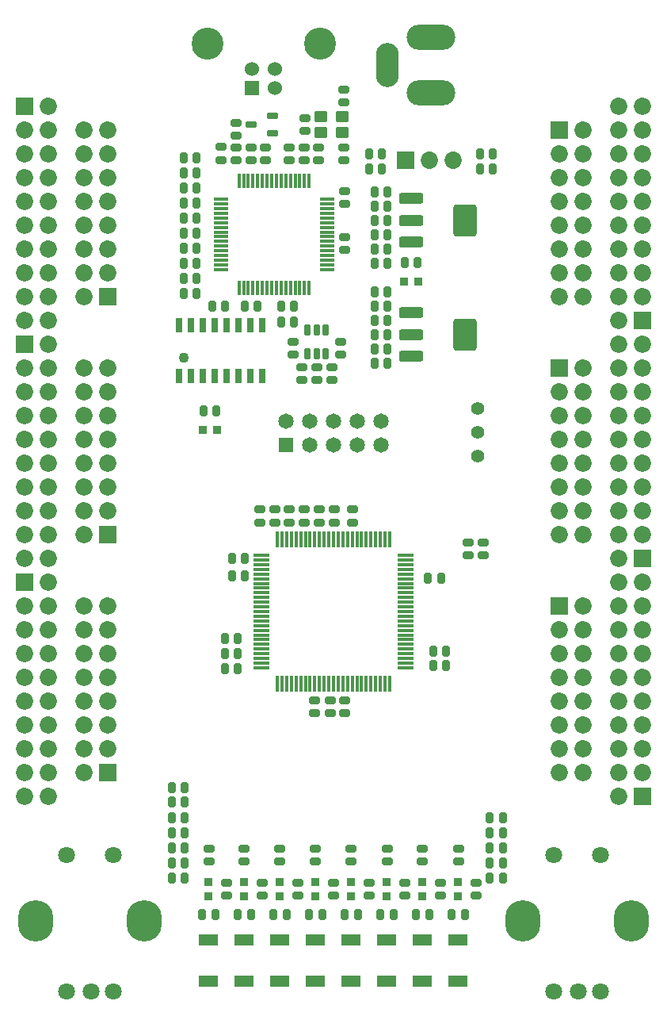
<source format=gts>
G04*
G04 #@! TF.GenerationSoftware,Altium Limited,Altium Designer,25.8.1 (18)*
G04*
G04 Layer_Color=8388736*
%FSLAX44Y44*%
%MOMM*%
G71*
G04*
G04 #@! TF.SameCoordinates,F06DF03C-5C5C-4556-82C7-8571A15AA075*
G04*
G04*
G04 #@! TF.FilePolarity,Negative*
G04*
G01*
G75*
G04:AMPARAMS|DCode=30|XSize=0.87mm|YSize=1.14mm|CornerRadius=0.165mm|HoleSize=0mm|Usage=FLASHONLY|Rotation=270.000|XOffset=0mm|YOffset=0mm|HoleType=Round|Shape=RoundedRectangle|*
%AMROUNDEDRECTD30*
21,1,0.8700,0.8100,0,0,270.0*
21,1,0.5400,1.1400,0,0,270.0*
1,1,0.3300,-0.4050,-0.2700*
1,1,0.3300,-0.4050,0.2700*
1,1,0.3300,0.4050,0.2700*
1,1,0.3300,0.4050,-0.2700*
%
%ADD30ROUNDEDRECTD30*%
G04:AMPARAMS|DCode=31|XSize=1.75mm|YSize=0.399mm|CornerRadius=0.1061mm|HoleSize=0mm|Usage=FLASHONLY|Rotation=0.000|XOffset=0mm|YOffset=0mm|HoleType=Round|Shape=RoundedRectangle|*
%AMROUNDEDRECTD31*
21,1,1.7500,0.1868,0,0,0.0*
21,1,1.5378,0.3990,0,0,0.0*
1,1,0.2123,0.7689,-0.0934*
1,1,0.2123,-0.7689,-0.0934*
1,1,0.2123,-0.7689,0.0934*
1,1,0.2123,0.7689,0.0934*
%
%ADD31ROUNDEDRECTD31*%
G04:AMPARAMS|DCode=32|XSize=1.75mm|YSize=0.399mm|CornerRadius=0.1061mm|HoleSize=0mm|Usage=FLASHONLY|Rotation=270.000|XOffset=0mm|YOffset=0mm|HoleType=Round|Shape=RoundedRectangle|*
%AMROUNDEDRECTD32*
21,1,1.7500,0.1868,0,0,270.0*
21,1,1.5378,0.3990,0,0,270.0*
1,1,0.2123,-0.0934,-0.7689*
1,1,0.2123,-0.0934,0.7689*
1,1,0.2123,0.0934,0.7689*
1,1,0.2123,0.0934,-0.7689*
%
%ADD32ROUNDEDRECTD32*%
G04:AMPARAMS|DCode=33|XSize=0.87mm|YSize=1.14mm|CornerRadius=0.165mm|HoleSize=0mm|Usage=FLASHONLY|Rotation=180.000|XOffset=0mm|YOffset=0mm|HoleType=Round|Shape=RoundedRectangle|*
%AMROUNDEDRECTD33*
21,1,0.8700,0.8100,0,0,180.0*
21,1,0.5400,1.1400,0,0,180.0*
1,1,0.3300,-0.2700,0.4050*
1,1,0.3300,0.2700,0.4050*
1,1,0.3300,0.2700,-0.4050*
1,1,0.3300,-0.2700,-0.4050*
%
%ADD33ROUNDEDRECTD33*%
G04:AMPARAMS|DCode=34|XSize=1.15mm|YSize=0.65mm|CornerRadius=0.1188mm|HoleSize=0mm|Usage=FLASHONLY|Rotation=270.000|XOffset=0mm|YOffset=0mm|HoleType=Round|Shape=RoundedRectangle|*
%AMROUNDEDRECTD34*
21,1,1.1500,0.4125,0,0,270.0*
21,1,0.9125,0.6500,0,0,270.0*
1,1,0.2375,-0.2063,-0.4563*
1,1,0.2375,-0.2063,0.4563*
1,1,0.2375,0.2063,0.4563*
1,1,0.2375,0.2063,-0.4563*
%
%ADD34ROUNDEDRECTD34*%
G04:AMPARAMS|DCode=35|XSize=3.45mm|YSize=2.55mm|CornerRadius=0.375mm|HoleSize=0mm|Usage=FLASHONLY|Rotation=90.000|XOffset=0mm|YOffset=0mm|HoleType=Round|Shape=RoundedRectangle|*
%AMROUNDEDRECTD35*
21,1,3.4500,1.8000,0,0,90.0*
21,1,2.7000,2.5500,0,0,90.0*
1,1,0.7500,0.9000,1.3500*
1,1,0.7500,0.9000,-1.3500*
1,1,0.7500,-0.9000,-1.3500*
1,1,0.7500,-0.9000,1.3500*
%
%ADD35ROUNDEDRECTD35*%
G04:AMPARAMS|DCode=36|XSize=2.55mm|YSize=1.15mm|CornerRadius=0.2mm|HoleSize=0mm|Usage=FLASHONLY|Rotation=0.000|XOffset=0mm|YOffset=0mm|HoleType=Round|Shape=RoundedRectangle|*
%AMROUNDEDRECTD36*
21,1,2.5500,0.7500,0,0,0.0*
21,1,2.1500,1.1500,0,0,0.0*
1,1,0.4000,1.0750,-0.3750*
1,1,0.4000,-1.0750,-0.3750*
1,1,0.4000,-1.0750,0.3750*
1,1,0.4000,1.0750,0.3750*
%
%ADD36ROUNDEDRECTD36*%
G04:AMPARAMS|DCode=37|XSize=0.75mm|YSize=1.6mm|CornerRadius=0.15mm|HoleSize=0mm|Usage=FLASHONLY|Rotation=180.000|XOffset=0mm|YOffset=0mm|HoleType=Round|Shape=RoundedRectangle|*
%AMROUNDEDRECTD37*
21,1,0.7500,1.3000,0,0,180.0*
21,1,0.4500,1.6000,0,0,180.0*
1,1,0.3000,-0.2250,0.6500*
1,1,0.3000,0.2250,0.6500*
1,1,0.3000,0.2250,-0.6500*
1,1,0.3000,-0.2250,-0.6500*
%
%ADD37ROUNDEDRECTD37*%
G04:AMPARAMS|DCode=38|XSize=0.9mm|YSize=0.9mm|CornerRadius=0.1mm|HoleSize=0mm|Usage=FLASHONLY|Rotation=270.000|XOffset=0mm|YOffset=0mm|HoleType=Round|Shape=RoundedRectangle|*
%AMROUNDEDRECTD38*
21,1,0.9000,0.7000,0,0,270.0*
21,1,0.7000,0.9000,0,0,270.0*
1,1,0.2000,-0.3500,-0.3500*
1,1,0.2000,-0.3500,0.3500*
1,1,0.2000,0.3500,0.3500*
1,1,0.2000,0.3500,-0.3500*
%
%ADD38ROUNDEDRECTD38*%
G04:AMPARAMS|DCode=39|XSize=0.4mm|YSize=1.6mm|CornerRadius=0.0875mm|HoleSize=0mm|Usage=FLASHONLY|Rotation=270.000|XOffset=0mm|YOffset=0mm|HoleType=Round|Shape=RoundedRectangle|*
%AMROUNDEDRECTD39*
21,1,0.4000,1.4250,0,0,270.0*
21,1,0.2250,1.6000,0,0,270.0*
1,1,0.1750,-0.7125,-0.1125*
1,1,0.1750,-0.7125,0.1125*
1,1,0.1750,0.7125,0.1125*
1,1,0.1750,0.7125,-0.1125*
%
%ADD39ROUNDEDRECTD39*%
G04:AMPARAMS|DCode=40|XSize=0.4mm|YSize=1.6mm|CornerRadius=0.0875mm|HoleSize=0mm|Usage=FLASHONLY|Rotation=0.000|XOffset=0mm|YOffset=0mm|HoleType=Round|Shape=RoundedRectangle|*
%AMROUNDEDRECTD40*
21,1,0.4000,1.4250,0,0,0.0*
21,1,0.2250,1.6000,0,0,0.0*
1,1,0.1750,0.1125,-0.7125*
1,1,0.1750,-0.1125,-0.7125*
1,1,0.1750,-0.1125,0.7125*
1,1,0.1750,0.1125,0.7125*
%
%ADD40ROUNDEDRECTD40*%
G04:AMPARAMS|DCode=41|XSize=0.9mm|YSize=0.9mm|CornerRadius=0.1mm|HoleSize=0mm|Usage=FLASHONLY|Rotation=180.000|XOffset=0mm|YOffset=0mm|HoleType=Round|Shape=RoundedRectangle|*
%AMROUNDEDRECTD41*
21,1,0.9000,0.7000,0,0,180.0*
21,1,0.7000,0.9000,0,0,180.0*
1,1,0.2000,-0.3500,0.3500*
1,1,0.2000,0.3500,0.3500*
1,1,0.2000,0.3500,-0.3500*
1,1,0.2000,-0.3500,-0.3500*
%
%ADD41ROUNDEDRECTD41*%
G04:AMPARAMS|DCode=42|XSize=2.1mm|YSize=1.15mm|CornerRadius=0.1mm|HoleSize=0mm|Usage=FLASHONLY|Rotation=180.000|XOffset=0mm|YOffset=0mm|HoleType=Round|Shape=RoundedRectangle|*
%AMROUNDEDRECTD42*
21,1,2.1000,0.9500,0,0,180.0*
21,1,1.9000,1.1500,0,0,180.0*
1,1,0.2000,-0.9500,0.4750*
1,1,0.2000,0.9500,0.4750*
1,1,0.2000,0.9500,-0.4750*
1,1,0.2000,-0.9500,-0.4750*
%
%ADD42ROUNDEDRECTD42*%
G04:AMPARAMS|DCode=43|XSize=1.15mm|YSize=1.4mm|CornerRadius=0.1mm|HoleSize=0mm|Usage=FLASHONLY|Rotation=270.000|XOffset=0mm|YOffset=0mm|HoleType=Round|Shape=RoundedRectangle|*
%AMROUNDEDRECTD43*
21,1,1.1500,1.2000,0,0,270.0*
21,1,0.9500,1.4000,0,0,270.0*
1,1,0.2000,-0.6000,-0.4750*
1,1,0.2000,-0.6000,0.4750*
1,1,0.2000,0.6000,0.4750*
1,1,0.2000,0.6000,-0.4750*
%
%ADD43ROUNDEDRECTD43*%
G04:AMPARAMS|DCode=44|XSize=1.15mm|YSize=0.75mm|CornerRadius=0.15mm|HoleSize=0mm|Usage=FLASHONLY|Rotation=180.000|XOffset=0mm|YOffset=0mm|HoleType=Round|Shape=RoundedRectangle|*
%AMROUNDEDRECTD44*
21,1,1.1500,0.4500,0,0,180.0*
21,1,0.8500,0.7500,0,0,180.0*
1,1,0.3000,-0.4250,0.2250*
1,1,0.3000,0.4250,0.2250*
1,1,0.3000,0.4250,-0.2250*
1,1,0.3000,-0.4250,-0.2250*
%
%ADD44ROUNDEDRECTD44*%
%ADD45O,2.4532X4.7032*%
%ADD46O,5.2032X2.7032*%
%ADD47C,1.4000*%
%ADD48C,1.6500*%
%ADD49R,1.6500X1.6500*%
%ADD50C,1.8500*%
%ADD51R,1.8500X1.8500*%
%ADD52R,1.8532X1.8532*%
%ADD53C,1.8532*%
%ADD54C,1.8032*%
%ADD55O,3.8032X4.4032*%
%ADD56C,3.4160*%
%ADD57C,1.5280*%
%ADD58R,1.5280X1.5280*%
%ADD59C,1.1032*%
D30*
X160000Y-47900D02*
D03*
X160000Y-34100D02*
D03*
X144000Y-47900D02*
D03*
X144000Y-34100D02*
D03*
X133500Y-360980D02*
D03*
Y-374780D02*
D03*
X95250Y-360980D02*
D03*
Y-374780D02*
D03*
X57250Y-360980D02*
D03*
Y-374780D02*
D03*
X19000Y-360980D02*
D03*
Y-374780D02*
D03*
X-19115Y-360980D02*
D03*
Y-374780D02*
D03*
X-57250Y-360980D02*
D03*
Y-374780D02*
D03*
X-95250Y-360980D02*
D03*
Y-374780D02*
D03*
X-133250Y-360980D02*
D03*
Y-374780D02*
D03*
X-104000Y400100D02*
D03*
Y414000D02*
D03*
X-72750Y387650D02*
D03*
Y373850D02*
D03*
X-88250Y387650D02*
D03*
Y373850D02*
D03*
X-30750Y405100D02*
D03*
Y419000D02*
D03*
X-31500Y387650D02*
D03*
Y373850D02*
D03*
X-15750Y387650D02*
D03*
Y373850D02*
D03*
X-47250Y387650D02*
D03*
X-47250Y373850D02*
D03*
X-63000Y-12900D02*
D03*
X-63000Y900D02*
D03*
X-31000Y-12900D02*
D03*
X-31000Y900D02*
D03*
X-79000Y-12900D02*
D03*
X-79000Y900D02*
D03*
X-47000Y-12900D02*
D03*
X-47000Y900D02*
D03*
X-43000Y179900D02*
D03*
Y166100D02*
D03*
X11250Y373850D02*
D03*
X11250Y387650D02*
D03*
X-20000Y-216400D02*
D03*
X-20000Y-202600D02*
D03*
X12250Y-216400D02*
D03*
X12250Y-202600D02*
D03*
X20000Y900D02*
D03*
Y-12900D02*
D03*
X-15000Y900D02*
D03*
Y-12900D02*
D03*
X1000Y900D02*
D03*
Y-12900D02*
D03*
X-104000Y387650D02*
D03*
Y373850D02*
D03*
X-34000Y152900D02*
D03*
Y139100D02*
D03*
X8000Y179900D02*
D03*
Y166100D02*
D03*
X-76200Y-397350D02*
D03*
Y-411150D02*
D03*
X-114300Y-397350D02*
D03*
Y-411150D02*
D03*
X11500Y278100D02*
D03*
Y291900D02*
D03*
Y340900D02*
D03*
Y327100D02*
D03*
X-38100Y-397350D02*
D03*
X-38100Y-411150D02*
D03*
X-3750Y-216400D02*
D03*
X-3750Y-202600D02*
D03*
X-120000Y374100D02*
D03*
Y387900D02*
D03*
X11000Y449400D02*
D03*
Y435600D02*
D03*
X-2000Y139100D02*
D03*
Y152900D02*
D03*
X38100Y-397350D02*
D03*
Y-411150D02*
D03*
X76200Y-397350D02*
D03*
X76200Y-411150D02*
D03*
X-0Y-397350D02*
D03*
Y-411150D02*
D03*
X152400Y-397350D02*
D03*
Y-411150D02*
D03*
X-18000Y152900D02*
D03*
Y139100D02*
D03*
X114300Y-397350D02*
D03*
Y-411150D02*
D03*
D31*
X77000Y-47950D02*
D03*
X77000Y-52950D02*
D03*
X77000Y-57950D02*
D03*
X77000Y-62950D02*
D03*
X77000Y-67950D02*
D03*
X77000Y-72950D02*
D03*
Y-77950D02*
D03*
X77000Y-82950D02*
D03*
X77000Y-87950D02*
D03*
X77000Y-92950D02*
D03*
X77000Y-97950D02*
D03*
X77000Y-102950D02*
D03*
X77000Y-107950D02*
D03*
X77000Y-112950D02*
D03*
X77000Y-117950D02*
D03*
Y-122950D02*
D03*
X77000Y-127950D02*
D03*
Y-132950D02*
D03*
X77000Y-137950D02*
D03*
Y-142950D02*
D03*
Y-147950D02*
D03*
X77000Y-152950D02*
D03*
X77000Y-157950D02*
D03*
X77000Y-162950D02*
D03*
X77000Y-167950D02*
D03*
X-77000D02*
D03*
X-77000Y-162950D02*
D03*
X-77000Y-157950D02*
D03*
X-77000Y-152950D02*
D03*
X-77000Y-147950D02*
D03*
X-77000Y-142950D02*
D03*
Y-137950D02*
D03*
X-77000Y-132950D02*
D03*
X-77000Y-127950D02*
D03*
X-77000Y-122950D02*
D03*
X-77000Y-117950D02*
D03*
X-77000Y-112950D02*
D03*
X-77000Y-107950D02*
D03*
X-77000Y-102950D02*
D03*
X-77000Y-97950D02*
D03*
Y-92950D02*
D03*
X-77000Y-87950D02*
D03*
Y-82950D02*
D03*
X-77000Y-77950D02*
D03*
Y-72950D02*
D03*
Y-67950D02*
D03*
X-77000Y-62950D02*
D03*
X-77000Y-57950D02*
D03*
X-77000Y-52950D02*
D03*
X-77000Y-47950D02*
D03*
D32*
X60000Y-184950D02*
D03*
X55000Y-184950D02*
D03*
X50000Y-184950D02*
D03*
X45000Y-184950D02*
D03*
X40000Y-184950D02*
D03*
X35000Y-184950D02*
D03*
X30000D02*
D03*
X25000Y-184950D02*
D03*
X20000Y-184950D02*
D03*
X15000Y-184950D02*
D03*
X10000Y-184950D02*
D03*
X5000Y-184950D02*
D03*
X0Y-184950D02*
D03*
X-5000Y-184950D02*
D03*
X-10000Y-184950D02*
D03*
X-15000D02*
D03*
X-20000Y-184950D02*
D03*
X-25000D02*
D03*
X-30000Y-184950D02*
D03*
X-35000D02*
D03*
X-40000D02*
D03*
X-45000Y-184950D02*
D03*
X-50000Y-184950D02*
D03*
X-55000Y-184950D02*
D03*
X-60000Y-184950D02*
D03*
Y-30950D02*
D03*
X-55000Y-30950D02*
D03*
X-50000Y-30950D02*
D03*
X-45000Y-30950D02*
D03*
X-40000Y-30950D02*
D03*
X-35000Y-30950D02*
D03*
X-30000D02*
D03*
X-25000Y-30950D02*
D03*
X-20000Y-30950D02*
D03*
X-15000Y-30950D02*
D03*
X-10000Y-30950D02*
D03*
X-5000Y-30950D02*
D03*
X-0Y-30950D02*
D03*
X5000Y-30950D02*
D03*
X10000Y-30950D02*
D03*
X15000D02*
D03*
X20000Y-30950D02*
D03*
X25000D02*
D03*
X30000Y-30950D02*
D03*
X35000D02*
D03*
X40000D02*
D03*
X45000Y-30950D02*
D03*
X50000Y-30950D02*
D03*
X55000Y-30950D02*
D03*
X60000Y-30950D02*
D03*
D33*
X167100Y-328000D02*
D03*
X180900Y-328000D02*
D03*
X-159100Y-295500D02*
D03*
X-172900Y-295500D02*
D03*
X-159100Y-328000D02*
D03*
X-172900Y-328000D02*
D03*
X-116100Y218000D02*
D03*
X-129900Y218000D02*
D03*
X-115900Y-153000D02*
D03*
X-102100Y-153000D02*
D03*
X-115900Y-137000D02*
D03*
X-102100Y-137000D02*
D03*
X-159900Y248000D02*
D03*
X-146100Y248000D02*
D03*
X-159900Y376000D02*
D03*
X-146100Y376000D02*
D03*
X90150Y264250D02*
D03*
X76350Y264250D02*
D03*
X-159900Y360000D02*
D03*
X-146100Y360000D02*
D03*
X-159900Y344000D02*
D03*
X-146100D02*
D03*
X-159900Y328000D02*
D03*
X-146100Y328000D02*
D03*
X-159900Y296000D02*
D03*
X-146100Y296000D02*
D03*
X-159900Y280000D02*
D03*
X-146100Y280000D02*
D03*
X-159900Y264000D02*
D03*
X-146100Y264000D02*
D03*
X167100Y-344009D02*
D03*
X180900Y-344009D02*
D03*
X-159100Y-311500D02*
D03*
X-172900Y-311500D02*
D03*
X-159100Y-360000D02*
D03*
X-172900D02*
D03*
X-159100Y-344000D02*
D03*
X-172900Y-344000D02*
D03*
X167100Y-392009D02*
D03*
X180900Y-392009D02*
D03*
Y-376009D02*
D03*
X167100Y-376009D02*
D03*
X-172900Y-376000D02*
D03*
X-159100Y-376000D02*
D03*
X167100Y-360009D02*
D03*
X180900Y-360009D02*
D03*
X-159100Y-392000D02*
D03*
X-172900Y-392000D02*
D03*
X-42100Y201000D02*
D03*
X-55900D02*
D03*
X-125180Y106680D02*
D03*
X-138980D02*
D03*
X120649Y-150001D02*
D03*
X106849D02*
D03*
X-108500Y-50800D02*
D03*
X-94700D02*
D03*
X114900Y-72000D02*
D03*
X101100D02*
D03*
X170150Y380500D02*
D03*
X156350D02*
D03*
X-102100Y-169000D02*
D03*
X-115900D02*
D03*
X-108500Y-69850D02*
D03*
X-94700D02*
D03*
X120649Y-165751D02*
D03*
X106849D02*
D03*
X38100Y380500D02*
D03*
X51900D02*
D03*
X43900Y340360D02*
D03*
X57700D02*
D03*
X43900Y279400D02*
D03*
X57700D02*
D03*
X38101Y364501D02*
D03*
X51901D02*
D03*
X43900Y172720D02*
D03*
X57700D02*
D03*
X43900Y218440D02*
D03*
X57700D02*
D03*
X12051Y-431501D02*
D03*
X25851D02*
D03*
X170150Y364500D02*
D03*
X156350Y364500D02*
D03*
X43900Y309880D02*
D03*
X57700D02*
D03*
X43900Y264160D02*
D03*
X57700D02*
D03*
X43900Y294640D02*
D03*
X57700D02*
D03*
X43900Y187960D02*
D03*
X57700D02*
D03*
X-159900Y232000D02*
D03*
X-146100D02*
D03*
X-159900Y312000D02*
D03*
X-146100D02*
D03*
X88251Y-431501D02*
D03*
X102051D02*
D03*
X-26049D02*
D03*
X-12249D02*
D03*
X-64149D02*
D03*
X-50349D02*
D03*
X43900Y157480D02*
D03*
X57700D02*
D03*
X43900Y325120D02*
D03*
X57700D02*
D03*
X126351Y-431501D02*
D03*
X140151D02*
D03*
X-102249D02*
D03*
X-88449D02*
D03*
X-94900Y218000D02*
D03*
X-81100D02*
D03*
X43900Y233680D02*
D03*
X57700D02*
D03*
X50151Y-431501D02*
D03*
X63951D02*
D03*
X-140349D02*
D03*
X-126549D02*
D03*
X43900Y203200D02*
D03*
X57700D02*
D03*
X-42100Y218000D02*
D03*
X-55900D02*
D03*
D34*
X-8500Y167500D02*
D03*
X-18000Y167500D02*
D03*
X-27500D02*
D03*
X-27500Y192500D02*
D03*
X-18000Y192500D02*
D03*
X-8500D02*
D03*
D35*
X140760Y309880D02*
D03*
Y187960D02*
D03*
D36*
X82760Y286880D02*
D03*
Y309880D02*
D03*
Y332880D02*
D03*
Y164960D02*
D03*
Y187960D02*
D03*
Y210960D02*
D03*
D37*
X-76550Y197750D02*
D03*
X-89250Y197750D02*
D03*
X-101950Y197750D02*
D03*
X-114650Y197750D02*
D03*
X-127350Y197750D02*
D03*
X-140050Y197750D02*
D03*
X-152750Y197750D02*
D03*
X-165450Y197750D02*
D03*
X-76550Y143250D02*
D03*
X-89250D02*
D03*
X-101950D02*
D03*
X-114650Y143250D02*
D03*
X-127350D02*
D03*
X-140050D02*
D03*
X-152750Y143250D02*
D03*
X-165450Y143250D02*
D03*
D38*
X19049Y-396749D02*
D03*
X19049Y-411749D02*
D03*
X-133351Y-396749D02*
D03*
X-133351Y-411749D02*
D03*
X-95251Y-396749D02*
D03*
X-95251Y-411749D02*
D03*
X-57151Y-396749D02*
D03*
X-57151Y-411749D02*
D03*
X-19051Y-396749D02*
D03*
X-19051Y-411749D02*
D03*
X57149Y-396749D02*
D03*
X57149Y-411749D02*
D03*
X133349Y-396749D02*
D03*
X133349Y-411749D02*
D03*
X95249Y-396749D02*
D03*
X95249Y-411749D02*
D03*
D39*
X-6500Y332140D02*
D03*
Y327140D02*
D03*
X-6500Y322140D02*
D03*
X-6500Y317140D02*
D03*
X-6500Y312140D02*
D03*
X-6500Y307140D02*
D03*
X-6500Y302140D02*
D03*
X-6500Y297140D02*
D03*
X-6500Y292140D02*
D03*
X-6500Y287140D02*
D03*
Y282140D02*
D03*
X-6500Y277140D02*
D03*
X-6500Y272140D02*
D03*
Y267140D02*
D03*
Y262140D02*
D03*
Y257140D02*
D03*
X-120500Y257140D02*
D03*
X-120500Y262140D02*
D03*
X-120500Y267140D02*
D03*
Y272140D02*
D03*
X-120500Y277140D02*
D03*
Y282140D02*
D03*
X-120500Y287140D02*
D03*
Y292140D02*
D03*
X-120500Y297140D02*
D03*
Y302140D02*
D03*
X-120500Y307140D02*
D03*
X-120500Y312140D02*
D03*
X-120500Y317140D02*
D03*
Y322140D02*
D03*
Y327140D02*
D03*
Y332140D02*
D03*
D40*
X-26000Y237640D02*
D03*
X-31000Y237640D02*
D03*
X-36000D02*
D03*
X-41000Y237640D02*
D03*
X-46000Y237640D02*
D03*
X-51000D02*
D03*
X-56000D02*
D03*
X-61000Y237640D02*
D03*
X-66000Y237640D02*
D03*
X-71000Y237640D02*
D03*
X-76000D02*
D03*
X-81000D02*
D03*
X-86000Y237640D02*
D03*
X-91000Y237640D02*
D03*
X-96000Y237640D02*
D03*
X-101000D02*
D03*
Y351640D02*
D03*
X-96000Y351640D02*
D03*
X-91000Y351640D02*
D03*
X-86000Y351640D02*
D03*
X-81000D02*
D03*
X-76000Y351640D02*
D03*
X-71000Y351640D02*
D03*
X-66000Y351640D02*
D03*
X-61000Y351640D02*
D03*
X-56000Y351640D02*
D03*
X-51000Y351640D02*
D03*
X-46000Y351640D02*
D03*
X-41000Y351640D02*
D03*
X-36000Y351640D02*
D03*
X-31000Y351640D02*
D03*
X-26000D02*
D03*
D41*
X90751Y243931D02*
D03*
X75751Y243931D02*
D03*
X-124579Y86361D02*
D03*
X-139579D02*
D03*
D42*
X19050Y-502700D02*
D03*
Y-458200D02*
D03*
X-19050Y-458200D02*
D03*
Y-502700D02*
D03*
X57150Y-502700D02*
D03*
Y-458200D02*
D03*
X-57150Y-502700D02*
D03*
Y-458200D02*
D03*
X95250Y-502700D02*
D03*
Y-458200D02*
D03*
X-95250Y-502700D02*
D03*
Y-458200D02*
D03*
X-133350Y-502700D02*
D03*
Y-458200D02*
D03*
X133350Y-502700D02*
D03*
X133350Y-458200D02*
D03*
D43*
X-13500Y403250D02*
D03*
X9500D02*
D03*
X9500Y420750D02*
D03*
X-13500D02*
D03*
D44*
X-65250Y402250D02*
D03*
X-65250Y421250D02*
D03*
X-88250Y411750D02*
D03*
D45*
X57500Y475400D02*
D03*
D46*
X104500Y505400D02*
D03*
Y445400D02*
D03*
D47*
X154000Y83750D02*
D03*
Y109150D02*
D03*
Y58350D02*
D03*
D48*
X25400Y69550D02*
D03*
X50800Y94950D02*
D03*
X50800Y69550D02*
D03*
X25400Y94950D02*
D03*
X0Y94950D02*
D03*
X0Y69550D02*
D03*
X-25400Y94950D02*
D03*
Y69550D02*
D03*
X-50800Y94950D02*
D03*
D49*
X-50800Y69550D02*
D03*
D50*
X-241298Y304800D02*
D03*
X-266698Y406400D02*
D03*
X-241298Y406400D02*
D03*
X-266698Y381000D02*
D03*
X-241298Y381000D02*
D03*
X-266698Y355600D02*
D03*
X-241298D02*
D03*
X-266698Y330200D02*
D03*
X-241298Y330200D02*
D03*
X-266698Y304800D02*
D03*
Y279400D02*
D03*
X-241298Y279400D02*
D03*
X-266698Y254000D02*
D03*
X-241298D02*
D03*
X-266698Y228600D02*
D03*
X-241296Y50800D02*
D03*
X-266696Y152400D02*
D03*
X-241296Y152400D02*
D03*
X-266696Y127000D02*
D03*
X-241296Y127000D02*
D03*
X-266696Y101600D02*
D03*
X-241296Y101600D02*
D03*
X-266696Y76200D02*
D03*
X-241296Y76200D02*
D03*
X-266696Y50800D02*
D03*
Y25400D02*
D03*
X-241296Y25400D02*
D03*
X-266696Y0D02*
D03*
X-241296Y0D02*
D03*
X-266696Y-25400D02*
D03*
X-304800Y-50800D02*
D03*
X-330200D02*
D03*
X-304800Y-25400D02*
D03*
X-330200D02*
D03*
Y101600D02*
D03*
X-304800Y0D02*
D03*
X-330200D02*
D03*
X-304800Y25400D02*
D03*
X-330200Y25400D02*
D03*
X-304800Y50800D02*
D03*
X-330200Y50800D02*
D03*
X-304800Y76200D02*
D03*
X-330200Y76200D02*
D03*
X-304800Y101600D02*
D03*
Y127000D02*
D03*
X-330200Y127000D02*
D03*
X-304800Y152400D02*
D03*
X-330200Y152400D02*
D03*
X-304800Y177800D02*
D03*
X241300Y330200D02*
D03*
X266700Y228600D02*
D03*
X241300D02*
D03*
X266700Y254000D02*
D03*
X241300D02*
D03*
X266700Y279400D02*
D03*
X241300D02*
D03*
X266700Y304800D02*
D03*
X241300D02*
D03*
X266700Y330200D02*
D03*
Y355600D02*
D03*
X241300D02*
D03*
X266700Y381000D02*
D03*
X241300D02*
D03*
X266700Y406400D02*
D03*
X304800Y431800D02*
D03*
X330200D02*
D03*
X304800Y406400D02*
D03*
X330200D02*
D03*
Y279400D02*
D03*
X304800Y381000D02*
D03*
X330200D02*
D03*
X304800Y355600D02*
D03*
X330200D02*
D03*
X304800Y330200D02*
D03*
X330200D02*
D03*
X304800Y304800D02*
D03*
X330200D02*
D03*
X304800Y279400D02*
D03*
Y254000D02*
D03*
X330200D02*
D03*
X304800Y228600D02*
D03*
X330200D02*
D03*
X304800Y203200D02*
D03*
X241300Y76200D02*
D03*
X266700Y-25400D02*
D03*
X241300D02*
D03*
X266700Y0D02*
D03*
X241300D02*
D03*
X266700Y25400D02*
D03*
X241300D02*
D03*
X266700Y50800D02*
D03*
X241300D02*
D03*
X266700Y76200D02*
D03*
Y101600D02*
D03*
X241300D02*
D03*
X266700Y127000D02*
D03*
X241300D02*
D03*
X266700Y152400D02*
D03*
X304800Y177800D02*
D03*
X330200D02*
D03*
X304800Y152400D02*
D03*
X330200D02*
D03*
Y25400D02*
D03*
X304800Y127000D02*
D03*
X330200D02*
D03*
X304800Y101600D02*
D03*
X330200D02*
D03*
X304800Y76200D02*
D03*
X330200D02*
D03*
X304800Y50800D02*
D03*
X330200D02*
D03*
X304800Y25400D02*
D03*
Y0D02*
D03*
X330200D02*
D03*
X304800Y-25400D02*
D03*
X330200D02*
D03*
X304800Y-50800D02*
D03*
X-304800Y203200D02*
D03*
X-330200D02*
D03*
X-304800Y228600D02*
D03*
X-330200Y228600D02*
D03*
Y355600D02*
D03*
X-304800Y254000D02*
D03*
X-330200D02*
D03*
X-304800Y279400D02*
D03*
X-330200Y279400D02*
D03*
X-304800Y304800D02*
D03*
X-330200Y304800D02*
D03*
X-304800Y330200D02*
D03*
X-330200Y330200D02*
D03*
X-304800Y355600D02*
D03*
Y381000D02*
D03*
X-330200Y381000D02*
D03*
X-304800Y406400D02*
D03*
X-330200Y406400D02*
D03*
X-304800Y431800D02*
D03*
X-241296Y-203200D02*
D03*
X-266696Y-101600D02*
D03*
X-241296D02*
D03*
X-266696Y-127000D02*
D03*
X-241296Y-127000D02*
D03*
X-266696Y-152400D02*
D03*
X-241296Y-152400D02*
D03*
X-266696Y-177800D02*
D03*
X-241296Y-177800D02*
D03*
X-266696Y-203200D02*
D03*
X-266696Y-228600D02*
D03*
X-241296Y-228600D02*
D03*
X-266696Y-254000D02*
D03*
X-241296Y-254000D02*
D03*
X-266696Y-279400D02*
D03*
X-304800Y-304800D02*
D03*
X-330200D02*
D03*
X-304800Y-279400D02*
D03*
X-330200Y-279400D02*
D03*
X-330200Y-152400D02*
D03*
X-304800Y-254000D02*
D03*
X-330200Y-254000D02*
D03*
X-304800Y-228600D02*
D03*
X-330200D02*
D03*
X-304800Y-203200D02*
D03*
X-330200D02*
D03*
X-304800Y-177800D02*
D03*
X-330200Y-177800D02*
D03*
X-304800Y-152400D02*
D03*
X-304800Y-127000D02*
D03*
X-330200Y-127000D02*
D03*
X-304800Y-101600D02*
D03*
X-330200Y-101600D02*
D03*
X-304800Y-76200D02*
D03*
X241300Y-177800D02*
D03*
X266700Y-279400D02*
D03*
X241300D02*
D03*
X266700Y-254000D02*
D03*
X241300D02*
D03*
X266700Y-228600D02*
D03*
X241300D02*
D03*
X266700Y-203200D02*
D03*
X241300D02*
D03*
X266700Y-177800D02*
D03*
Y-152400D02*
D03*
X241300D02*
D03*
X266700Y-127000D02*
D03*
X241300D02*
D03*
X266700Y-101600D02*
D03*
X304800Y-76200D02*
D03*
X330200D02*
D03*
X304800Y-101600D02*
D03*
X330200D02*
D03*
Y-228600D02*
D03*
X304800Y-127000D02*
D03*
X330200D02*
D03*
X304800Y-152400D02*
D03*
X330200D02*
D03*
X304800Y-177800D02*
D03*
X330200D02*
D03*
X304800Y-203200D02*
D03*
X330200D02*
D03*
X304800Y-228600D02*
D03*
Y-254000D02*
D03*
X330200D02*
D03*
X304800Y-279400D02*
D03*
X330200D02*
D03*
X304800Y-304800D02*
D03*
D51*
X-241298Y228600D02*
D03*
X-241296Y-25400D02*
D03*
X-330200Y177800D02*
D03*
X241300Y406400D02*
D03*
X330200Y203200D02*
D03*
X241300Y152400D02*
D03*
X330200Y-50800D02*
D03*
X-330200Y431800D02*
D03*
X-241296Y-279400D02*
D03*
X-330200Y-76200D02*
D03*
X241300Y-101600D02*
D03*
X330200Y-304800D02*
D03*
D52*
X77350Y373500D02*
D03*
D53*
X102750Y373500D02*
D03*
X128150Y373500D02*
D03*
D54*
X235350Y-368150D02*
D03*
X285350D02*
D03*
X235350Y-513150D02*
D03*
X261351D02*
D03*
X285350D02*
D03*
X-285350Y-368150D02*
D03*
X-235350D02*
D03*
X-285350Y-513150D02*
D03*
X-259349D02*
D03*
X-235350D02*
D03*
D55*
X318350Y-438150D02*
D03*
X202350D02*
D03*
X-202350D02*
D03*
X-318350D02*
D03*
D56*
X-134930Y498270D02*
D03*
X-14530D02*
D03*
D57*
X-87230Y471170D02*
D03*
X-62230D02*
D03*
X-62230Y451170D02*
D03*
D58*
X-87230D02*
D03*
D59*
X-160000Y163000D02*
D03*
M02*

</source>
